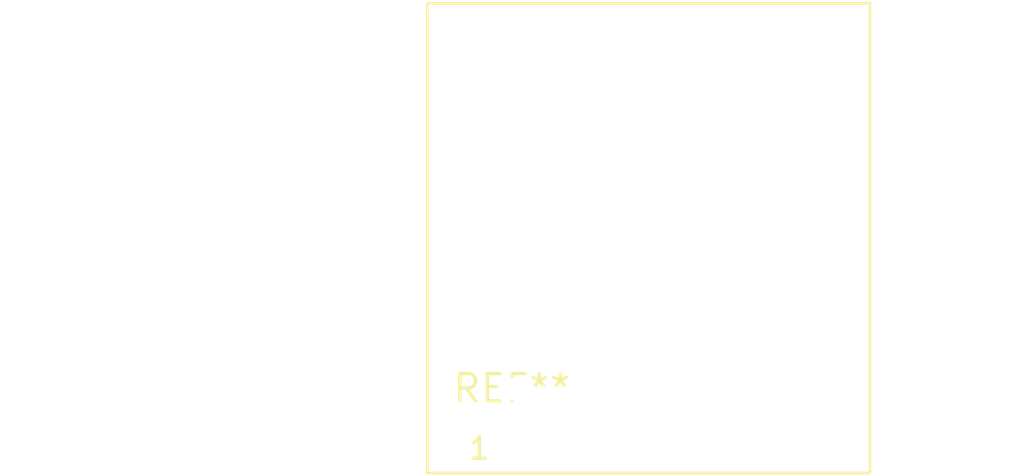
<source format=kicad_pcb>
(kicad_pcb (version 20240108) (generator pcbnew)
  (layers (0 "F.Cu" signal) (31 "B.Cu" signal) (34 "B.Paste" user) (35 "F.Paste" user) (36 "B.SilkS" user "B.Silkscreen") (37 "F.SilkS" user "F.Silkscreen") (38 "B.Mask" user) (39 "F.Mask" user) (44 "Edge.Cuts" user))
  (net 0 "")
  (footprint "Transformer_Coilcraft_Q4434-B_Rhombus-T1311" (layer "F.Cu") (at 0 0)
    (property "Reference" "REF**")
    (property "Value" "Transformer_Coilcraft_Q4434-B_Rhombus-T1311")
    (fp_line (start -3.93 -17.9) (end -3.93 3.93) (layer "F.SilkS") (stroke (width 0.12)))
    (fp_line (start -3.93 -17.9) (end 16.63 -17.9) (layer "F.SilkS") (stroke (width 0.12)))
    (fp_line (start 16.63 3.93) (end -3.93 3.93) (layer "F.SilkS") (stroke (width 0.12)))
    (fp_line (start 16.63 3.93) (end 16.63 -17.9) (layer "F.SilkS") (stroke (width 0.12)))
    (fp_text user "1" (at -1.52 2.79 0) (layer "F.SilkS"))
    (pad "1" thru_hole circle (at 0 0) (size 2 2) (drill 1) (layers *.Cu *.Mask) (remove_unused_layers))
    (pad "2" thru_hole circle (at 3.81 0) (size 2 2) (drill 1) (layers *.Cu *.Mask) (remove_unused_layers))
    (pad "3" thru_hole circle (at 8.89 0) (size 2 2) (drill 1) (layers *.Cu *.Mask) (remove_unused_layers))
    (pad "4" thru_hole circle (at 13.97 0) (size 2 2) (drill 1) (layers *.Cu *.Mask) (remove_unused_layers))
    (pad "5" thru_hole circle (at 13.97 -13.97) (size 2 2) (drill 1) (layers *.Cu *.Mask) (remove_unused_layers))
    (pad "6" thru_hole circle (at 8.89 -13.97) (size 2 2) (drill 1) (layers *.Cu *.Mask) (remove_unused_layers))
    (pad "7" thru_hole circle (at 3.81 -13.97) (size 2 2) (drill 1) (layers *.Cu *.Mask) (remove_unused_layers))
    (pad "8" thru_hole circle (at -1.27 -13.97) (size 2 2) (drill 1) (layers *.Cu *.Mask) (remove_unused_layers))
  )
)
</source>
